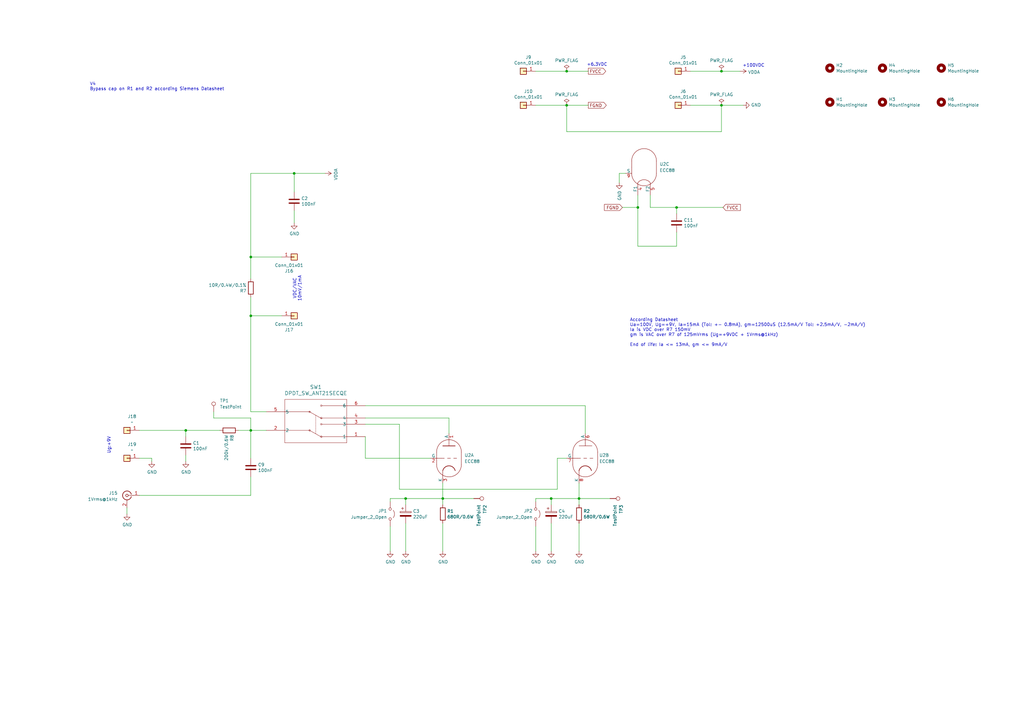
<source format=kicad_sch>
(kicad_sch (version 20250114) (generator "eeschema") (generator_version "9.0")
  (paper "A3")
  (title_block (title "GM Test Setup ECC88") (date "2025-03-11") (rev "V5"))
  (lib_symbols
    (symbol "Connector:Conn_Coaxial" (pin_names (offset 1.016) (hide yes))
      (property "Reference" "J" (at 0.254 3.048 0))
      (property "Value" "Conn_Coaxial" (at 2.921 0 90))
      (symbol "Conn_Coaxial_0_1"
        (polyline (pts (xy -2.54 0) (xy -0.508 0)))
        (arc (start 1.778 0) (mid 0.222 -1.8079) (end -1.778 -0.508) (stroke (width 0.254)))
        (arc (start -1.778 0.508) (mid 0.2221 1.8084) (end 1.778 0) (stroke (width 0.254)))
        (circle (center 0 0) (radius 0.508) (stroke (width 0.2032)))
        (polyline (pts (xy 0 -2.54) (xy 0 -1.778)))
      )
      (symbol "Conn_Coaxial_1_1"
        (pin passive line (at -5.08 0 0) (length 2.54) (name "In") (number "1"))
        (pin passive line (at 0 -5.08 90) (length 2.54) (name "Ext") (number "2"))
      )
    )
    (symbol "Connector:TestPoint" (pin_numbers (hide yes)) (pin_names (offset 0.762) (hide yes))
      (property "Reference" "TP" (at 0 6.858 0))
      (property "Value" "TestPoint" (at 0 5.08 0))
      (symbol "TestPoint_0_1"
        (circle (center 0 3.302) (radius 0.762))
      )
      (symbol "TestPoint_1_1"
        (pin passive line (at 0 0 90) (length 2.54) (name "1") (number "1"))
      )
    )
    (symbol "Connector_Generic:Conn_01x01" (pin_names (offset 1.016) (hide yes))
      (property "Reference" "J" (at 0 2.54 0))
      (property "Value" "Conn_01x01" (at 0 -2.54 0))
      (symbol "Conn_01x01_1_1"
        (rectangle (start -1.27 1.27) (end 1.27 -1.27) (stroke (width 0.254)) (fill (type background)))
        (rectangle (start -1.27 0.127) (end 0 -0.127) (stroke (width 0.1524)))
        (pin passive line (at -5.08 0 0) (length 3.81) (name "Pin_1") (number "1"))
      )
    )
    (symbol "Device:C" (pin_numbers (hide yes)) (pin_names (offset 0.254))
      (property "Reference" "C" (at 0.635 2.54 0))
      (property "Value" "C" (at 0.635 -2.54 0))
      (symbol "C_0_1"
        (polyline (pts (xy -2.032 0.762) (xy 2.032 0.762)) (stroke (width 0.508)))
        (polyline (pts (xy -2.032 -0.762) (xy 2.032 -0.762)) (stroke (width 0.508)))
      )
      (symbol "C_1_1"
        (pin passive line (at 0 3.81 270) (length 2.794) (name "~") (number "1"))
        (pin passive line (at 0 -3.81 90) (length 2.794) (name "~") (number "2"))
      )
    )
    (symbol "Device:C_Polarized" (pin_numbers (hide yes)) (pin_names (offset 0.254))
      (property "Reference" "C" (at 0.635 2.54 0))
      (property "Value" "C_Polarized" (at 0.635 -2.54 0))
      (symbol "C_Polarized_0_1"
        (rectangle (start -2.286 0.508) (end 2.286 1.016))
        (polyline (pts (xy -1.778 2.286) (xy -0.762 2.286)))
        (polyline (pts (xy -1.27 2.794) (xy -1.27 1.778)))
        (rectangle (start 2.286 -0.508) (end -2.286 -1.016) (fill (type outline)))
      )
      (symbol "C_Polarized_1_1"
        (pin passive line (at 0 3.81 270) (length 2.794) (name "~") (number "1"))
        (pin passive line (at 0 -3.81 90) (length 2.794) (name "~") (number "2"))
      )
    )
    (symbol "Device:R" (pin_numbers (hide yes)) (pin_names (offset 0))
      (property "Reference" "R" (at 2.032 0 90))
      (property "Value" "R" (at 0 0 90))
      (symbol "R_0_1"
        (rectangle (start -1.016 -2.54) (end 1.016 2.54) (stroke (width 0.254)))
      )
      (symbol "R_1_1"
        (pin passive line (at 0 3.81 270) (length 1.27) (name "~") (number "1"))
        (pin passive line (at 0 -3.81 90) (length 1.27) (name "~") (number "2"))
      )
    )
    (symbol "Jumper:Jumper_2_Open" (pin_numbers (hide yes)) (pin_names (offset 0) (hide yes)) (exclude_from_sim yes)
      (property "Reference" "JP" (at 0 2.794 0))
      (property "Value" "Jumper_2_Open" (at 0 -2.286 0))
      (symbol "Jumper_2_Open_0_0"
        (circle (center -2.032 0) (radius 0.508))
        (circle (center 2.032 0) (radius 0.508))
      )
      (symbol "Jumper_2_Open_0_1"
        (arc (start -1.524 1.27) (mid 0 1.778) (end 1.524 1.27))
      )
      (symbol "Jumper_2_Open_1_1"
        (pin passive line (at -5.08 0 0) (length 2.54) (name "A") (number "1"))
        (pin passive line (at 5.08 0 180) (length 2.54) (name "B") (number "2"))
      )
    )
    (symbol "Mechanical:MountingHole" (pin_names (offset 1.016))
      (property "Reference" "H" (at 0 5.08 0))
      (property "Value" "MountingHole" (at 0 3.175 0))
      (symbol "MountingHole_0_1"
        (circle (center 0 0) (radius 1.27) (stroke (width 1.27)))
      )
    )
    (symbol "kicad-snk:DPDT_SW_ANT21SECQE" (pin_names (offset 0.254))
      (property "Reference" "SW" (at 20.32 7.62 0))
      (property "Value" "DPDT_SW_ANT21SECQE" (at 20.32 5.08 0))
      (symbol "DPDT_SW_ANT21SECQE_0_1"
        (polyline (pts (xy 7.62 2.54) (xy 7.62 -15.24)) (stroke (width 0.127)))
        (polyline (pts (xy 7.62 0) (xy 17.78 0)) (stroke (width 0.127)))
        (polyline (pts (xy 7.62 -5.08) (xy 17.78 -5.08)) (stroke (width 0.127)))
        (polyline (pts (xy 7.62 -7.62) (xy 17.78 -7.62)) (stroke (width 0.127)))
        (polyline (pts (xy 7.62 -12.7) (xy 17.78 -12.7)) (stroke (width 0.127)))
        (polyline (pts (xy 7.62 -15.24) (xy 33.02 -15.24)) (stroke (width 0.127)))
        (circle (center 18.0975 0) (radius 0.3048) (stroke (width 0.127)))
        (circle (center 18.0975 -5.08) (radius 0.3048) (stroke (width 0.127)))
        (circle (center 18.0975 -7.62) (radius 0.3048) (stroke (width 0.127)))
        (circle (center 18.0975 -12.7) (radius 0.3048) (stroke (width 0.127)))
        (polyline (pts (xy 20.32 -1.27) (xy 20.32 -1.5875)) (stroke (width 0.127)))
        (polyline (pts (xy 20.32 -1.905) (xy 20.32 -2.2225)) (stroke (width 0.127)))
        (polyline (pts (xy 20.32 -2.54) (xy 20.32 -2.8575)) (stroke (width 0.127)))
        (polyline (pts (xy 20.32 -3.175) (xy 20.32 -3.4925)) (stroke (width 0.127)))
        (polyline (pts (xy 20.32 -3.81) (xy 20.32 -4.1275)) (stroke (width 0.127)))
        (polyline (pts (xy 20.32 -4.445) (xy 20.32 -4.7625)) (stroke (width 0.127)))
        (polyline (pts (xy 20.32 -5.08) (xy 20.32 -5.3975)) (stroke (width 0.127)))
        (polyline (pts (xy 20.32 -5.715) (xy 20.32 -6.0325)) (stroke (width 0.127)))
        (polyline (pts (xy 20.32 -6.35) (xy 20.32 -6.6675)) (stroke (width 0.127)))
        (polyline (pts (xy 20.32 -6.985) (xy 20.32 -7.3025)) (stroke (width 0.127)))
        (polyline (pts (xy 20.32 -7.62) (xy 20.32 -7.9375)) (stroke (width 0.127)))
        (polyline (pts (xy 20.32 -8.255) (xy 20.32 -8.5725)) (stroke (width 0.127)))
        (polyline (pts (xy 22.86 -2.54) (xy 17.78 0.3175)) (stroke (width 0.127)))
        (circle (center 22.86 -2.54) (radius 0.3048) (stroke (width 0.127)))
        (polyline (pts (xy 22.86 -10.16) (xy 17.78 -7.3025)) (stroke (width 0.127)))
        (circle (center 22.86 -10.16) (radius 0.3048) (stroke (width 0.127)))
        (polyline (pts (xy 33.02 2.54) (xy 7.62 2.54)) (stroke (width 0.127)))
        (polyline (pts (xy 33.02 -2.54) (xy 22.86 -2.54)) (stroke (width 0.127)))
        (polyline (pts (xy 33.02 -10.16) (xy 22.86 -10.16)) (stroke (width 0.127)))
        (polyline (pts (xy 33.02 -15.24) (xy 33.02 2.54)) (stroke (width 0.127)))
        (pin unspecified line (at 0 0 0) (length 7.62) (name "1") (number "1"))
        (pin unspecified line (at 0 -5.08 0) (length 7.62) (name "3") (number "3"))
        (pin unspecified line (at 0 -7.62 0) (length 7.62) (name "4") (number "4"))
        (pin unspecified line (at 0 -12.7 0) (length 7.62) (name "6") (number "6"))
        (pin unspecified line (at 40.64 -2.54 180) (length 7.62) (name "2") (number "2"))
        (pin unspecified line (at 40.64 -10.16 180) (length 7.62) (name "5") (number "5"))
      )
    )
    (symbol "kicad-snk:ECC88-Shield" (pin_names (offset 0))
      (property "Reference" "U" (at 4.318 7.112 0))
      (property "Value" "ECC88-Shield" (at 5.08 -7.62 0))
      (symbol "ECC88-Shield_0_1"
        (polyline (pts (xy -5.08 2.54) (xy -5.08 0)))
        (polyline (pts (xy -5.08 0) (xy -5.08 -2.54)))
        (arc (start -5.08 2.54) (mid 0 7.5978) (end 5.08 2.54))
        (arc (start 5.08 -2.54) (mid 0 -7.5978) (end -5.08 -2.54))
        (polyline (pts (xy 5.08 2.54) (xy 5.08 -2.54)))
      )
      (symbol "ECC88-Shield_1_0"
        (polyline (pts (xy -2.54 -5.08) (xy -2.54 -7.62)))
        (polyline (pts (xy 0 5.08) (xy 0 7.62)))
      )
      (symbol "ECC88-Shield_1_1"
        (polyline (pts (xy -5.08 0) (xy -3.175 0)))
        (polyline (pts (xy -2.54 5.08) (xy 2.54 5.08) (xy 2.54 5.08)) (stroke (width 0.254)))
        (polyline (pts (xy -1.905 0) (xy -3.175 0)) (stroke (width 0.1524)))
        (polyline (pts (xy -0.635 0) (xy 0.635 0)) (stroke (width 0.1524)))
        (arc (start -2.54 -5.08) (mid 0 -3.0968) (end 2.54 -5.08) (stroke (width 0.254)))
        (polyline (pts (xy 1.905 0) (xy 3.175 0)) (stroke (width 0.1524)))
        (pin input line (at -7.62 0 0) (length 2.54) (name "G") (number "2"))
        (pin bidirectional line (at -2.54 -10.16 90) (length 2.54) (name "K") (number "3"))
        (pin output line (at 0 10.16 270) (length 2.54) (name "A") (number "1"))
      )
      (symbol "ECC88-Shield_2_0"
        (polyline (pts (xy -5.08 0) (xy -3.175 0)))
        (polyline (pts (xy -2.54 -5.08) (xy -2.54 -7.62)))
        (polyline (pts (xy -1.905 0) (xy -3.175 0)) (stroke (width 0.1524)))
        (polyline (pts (xy -0.635 0) (xy 0.635 0)) (stroke (width 0.1524)))
        (polyline (pts (xy 0 5.08) (xy 0 7.62)))
        (polyline (pts (xy 1.905 0) (xy 3.175 0)) (stroke (width 0.1524)))
        (polyline (pts (xy 2.794 5.08) (xy -2.54 5.08) (xy -2.54 5.08)) (stroke (width 0.1524)))
      )
      (symbol "ECC88-Shield_2_1"
        (arc (start -2.54 -5.08) (mid 0 -3.0968) (end 2.54 -5.08) (stroke (width 0.254)))
        (pin input line (at -7.62 0 0) (length 2.54) (name "G") (number "7"))
        (pin bidirectional line (at -2.54 -10.16 90) (length 2.54) (name "K") (number "8"))
        (pin output line (at 0 10.16 270) (length 2.54) (name "A") (number "6"))
      )
      (symbol "ECC88-Shield_3_1"
        (arc (start -2.54 -6.35) (mid 0 -5.1292) (end 2.54 -6.35))
        (pin passive line (at -7.62 -2.54 0) (length 2.54) (name "S") (number "9"))
        (pin power_in line (at -2.54 -11.43 90) (length 5.08) (name "F1") (number "4"))
        (pin power_in line (at 2.54 -11.43 90) (length 5.08) (name "F2") (number "5"))
      )
    )
    (symbol "power:GND" (power) (pin_names (offset 0))
      (property "Value" "GND" (at 0 -3.81 0))
      (symbol "GND_0_1"
        (polyline (pts (xy 0 0) (xy 0 -1.27) (xy 1.27 -1.27) (xy 0 -2.54) (xy -1.27 -1.27) (xy 0 -1.27)))
      )
      (symbol "GND_1_1"
        (pin power_in line (at 0 0 270) (length 0) (hide yes) (name "GND") (number "1"))
      )
    )
    (symbol "power:PWR_FLAG" (power) (pin_numbers (hide yes)) (pin_names (offset 0) (hide yes))
      (property "Value" "PWR_FLAG" (at 0 3.81 0))
      (symbol "PWR_FLAG_0_0"
        (pin power_out line (at 0 0 90) (length 0) (name "pwr") (number "1"))
      )
      (symbol "PWR_FLAG_0_1"
        (polyline (pts (xy 0 0) (xy 0 1.27) (xy -1.016 1.905) (xy 0 2.54) (xy 1.016 1.905) (xy 0 1.27)))
      )
    )
    (symbol "power:VDDA" (power) (pin_names (offset 0))
      (property "Value" "VDDA" (at 0 3.81 0))
      (symbol "VDDA_0_1"
        (polyline (pts (xy -0.762 1.27) (xy 0 2.54)))
        (polyline (pts (xy 0 2.54) (xy 0.762 1.27)))
        (polyline (pts (xy 0 0) (xy 0 2.54)))
      )
      (symbol "VDDA_1_1"
        (pin power_in line (at 0 0 90) (length 0) (hide yes) (name "VDDA") (number "1"))
      )
    )
  )
  (text "+6.3VDC" (at 240.665 27.305 0) (effects (font (size 1.27 1.27)) (justify left bottom)))
  (text "VDC/VAC\n10mV/1mA" (at 121.92 118.364 90) (effects (font (size 1.27 1.27))))
  (text "Ug:+9V" (at 44.704 182.626 90) (effects (font (size 1.27 1.27))))
  (text "V4\nBypass cap on R1 and R2 according Siemens Datasheet\n" (at 36.83 35.56 0) (effects (font (size 1.27 1.27)) (justify left)))
  (text "According Datasheet\nUa=100V, Ug=+9V, Ia=15mA (Tol: +- 0.8mA), gm=12500uS (12.5mA/V Tol: +2.5mA/V, -2mA/V)\nIa is VDC over R7 150mV\ngm is VAC over R7 of 125mVrms (Ug=+9VDC + 1Vrms@1kHz)\n\nEnd of life: Ia <= 13mA, gm <= 9mA/V" (at 258.318 136.398 0) (effects (font (size 1.27 1.27)) (justify left)))
  (text "+100VDC" (at 304.546 27.686 0) (effects (font (size 1.27 1.27)) (justify left bottom)))
  (junction (at 237.49 204.47))
  (junction (at 181.61 204.47))
  (junction (at 76.2 176.53))
  (junction (at 295.91 43.18))
  (junction (at 102.87 105.41))
  (junction (at 277.495 85.09))
  (junction (at 232.41 43.18))
  (junction (at 295.91 29.21))
  (junction (at 166.37 204.47))
  (junction (at 102.87 176.53))
  (junction (at 232.41 29.21))
  (junction (at 261.62 85.09))
  (junction (at 102.87 129.54))
  (junction (at 226.06 204.47))
  (junction (at 120.65 71.12))
  (wire (pts (xy 232.41 53.975) (xy 232.41 43.18)))
  (wire (pts (xy 232.41 53.975) (xy 295.91 53.975)))
  (wire (pts (xy 232.41 187.96) (xy 228.6 187.96)))
  (wire (pts (xy 166.37 204.47) (xy 166.37 207.01)))
  (wire (pts (xy 237.49 204.47) (xy 237.49 207.01)))
  (wire (pts (xy 254 71.12) (xy 254 74.93)))
  (wire (pts (xy 184.15 171.45) (xy 184.15 177.8)))
  (wire (pts (xy 166.37 204.47) (xy 181.61 204.47)))
  (wire (pts (xy 102.87 129.54) (xy 102.87 168.91)))
  (wire (pts (xy 226.06 204.47) (xy 237.49 204.47)))
  (wire (pts (xy 149.86 179.07) (xy 149.86 187.96)))
  (wire (pts (xy 149.86 173.99) (xy 163.83 173.99)))
  (wire (pts (xy 256.54 71.12) (xy 254 71.12)))
  (wire (pts (xy 277.495 95.25) (xy 277.495 100.965)))
  (wire (pts (xy 62.23 187.96) (xy 62.23 189.23)))
  (wire (pts (xy 226.06 204.47) (xy 226.06 207.01)))
  (wire (pts (xy -133.35 114.3) (xy -116.84 114.3)))
  (wire (pts (xy 57.15 176.53) (xy 76.2 176.53)))
  (wire (pts (xy 277.495 85.09) (xy 296.545 85.09)))
  (wire (pts (xy 120.65 78.74) (xy 120.65 71.12)))
  (wire (pts (xy 102.87 71.12) (xy 102.87 105.41)))
  (wire (pts (xy 219.71 43.18) (xy 232.41 43.18)))
  (wire (pts (xy 52.07 208.28) (xy 52.07 210.82)))
  (wire (pts (xy 261.62 80.01) (xy 261.62 85.09)))
  (wire (pts (xy 261.62 85.09) (xy 261.62 100.965)))
  (wire (pts (xy 237.49 214.63) (xy 237.49 226.06)))
  (wire (pts (xy 295.91 29.21) (xy 283.21 29.21)))
  (wire (pts (xy 97.79 176.53) (xy 102.87 176.53)))
  (wire (pts (xy 303.53 29.21) (xy 295.91 29.21)))
  (wire (pts (xy 149.86 166.37) (xy 240.03 166.37)))
  (wire (pts (xy 277.495 85.09) (xy 277.495 87.63)))
  (wire (pts (xy 102.87 176.53) (xy 102.87 187.96)))
  (wire (pts (xy 76.2 176.53) (xy 76.2 179.07)))
  (wire (pts (xy 102.87 168.91) (xy 109.22 168.91)))
  (wire (pts (xy 87.63 171.45) (xy 87.63 168.91)))
  (wire (pts (xy 219.71 215.9) (xy 219.71 226.06)))
  (wire (pts (xy 237.49 198.12) (xy 237.49 204.47)))
  (wire (pts (xy 181.61 204.47) (xy 181.61 207.01)))
  (wire (pts (xy 102.87 105.41) (xy 115.57 105.41)))
  (wire (pts (xy 102.87 176.53) (xy 102.87 171.45)))
  (wire (pts (xy -111.76 124.46) (xy -111.76 147.32)))
  (wire (pts (xy 160.02 204.47) (xy 166.37 204.47)))
  (wire (pts (xy 283.21 43.18) (xy 295.91 43.18)))
  (wire (pts (xy 149.86 171.45) (xy 184.15 171.45)))
  (wire (pts (xy 163.83 173.99) (xy 163.83 200.66)))
  (wire (pts (xy 232.41 29.21) (xy 241.3 29.21)))
  (wire (pts (xy 76.2 186.69) (xy 76.2 189.23)))
  (wire (pts (xy 295.91 43.18) (xy 304.8 43.18)))
  (wire (pts (xy 149.86 187.96) (xy 176.53 187.96)))
  (wire (pts (xy 219.71 204.47) (xy 219.71 205.74)))
  (wire (pts (xy 102.87 176.53) (xy 109.22 176.53)))
  (wire (pts (xy 181.61 214.63) (xy 181.61 226.06)))
  (wire (pts (xy 261.62 100.965) (xy 277.495 100.965)))
  (wire (pts (xy 266.7 85.09) (xy 277.495 85.09)))
  (wire (pts (xy 226.06 214.63) (xy 226.06 226.06)))
  (wire (pts (xy 166.37 214.63) (xy 166.37 226.06)))
  (wire (pts (xy 160.02 205.74) (xy 160.02 204.47)))
  (wire (pts (xy 62.23 187.96) (xy 57.15 187.96)))
  (wire (pts (xy 232.41 29.21) (xy 219.71 29.21)))
  (wire (pts (xy 163.83 200.66) (xy 228.6 200.66)))
  (wire (pts (xy 102.87 105.41) (xy 102.87 114.3)))
  (wire (pts (xy 181.61 198.12) (xy 181.61 204.47)))
  (wire (pts (xy 232.41 43.18) (xy 241.3 43.18)))
  (wire (pts (xy 181.61 204.47) (xy 194.31 204.47)))
  (wire (pts (xy 240.03 166.37) (xy 240.03 177.8)))
  (wire (pts (xy 295.91 53.975) (xy 295.91 43.18)))
  (wire (pts (xy 160.02 215.9) (xy 160.02 226.06)))
  (wire (pts (xy 90.17 176.53) (xy 76.2 176.53)))
  (wire (pts (xy 102.87 203.2) (xy 102.87 195.58)))
  (wire (pts (xy 102.87 71.12) (xy 120.65 71.12)))
  (wire (pts (xy 219.71 204.47) (xy 226.06 204.47)))
  (wire (pts (xy 120.65 71.12) (xy 133.35 71.12)))
  (wire (pts (xy 102.87 129.54) (xy 115.57 129.54)))
  (wire (pts (xy 266.7 80.01) (xy 266.7 85.09)))
  (wire (pts (xy 255.27 85.09) (xy 261.62 85.09)))
  (wire (pts (xy 228.6 200.66) (xy 228.6 187.96)))
  (wire (pts (xy -109.22 98.425) (xy -109.22 104.14)))
  (wire (pts (xy 57.15 203.2) (xy 102.87 203.2)))
  (wire (pts (xy 102.87 121.92) (xy 102.87 129.54)))
  (wire (pts (xy 120.65 91.44) (xy 120.65 86.36)))
  (wire (pts (xy 237.49 204.47) (xy 250.19 204.47)))
  (wire (pts (xy 102.87 171.45) (xy 87.63 171.45)))
  (global_label "FGND" (shape output) (at 241.3 43.18 0) (property "Intersheetrefs" "${INTERSHEET_REFS}" (effects (hide yes))))
  (global_label "FVCC" (shape output) (at 241.3 29.21 0) (property "Intersheetrefs" "${INTERSHEET_REFS}" (effects (hide yes))))
  (global_label "FGND" (shape input) (at 255.27 85.09 180) (property "Intersheetrefs" "${INTERSHEET_REFS}" (effects (hide yes))))
  (global_label "FVCC" (shape input) (at 296.545 85.09 0) (property "Intersheetrefs" "${INTERSHEET_REFS}" (effects (hide yes))))
  (symbol (lib_id "Connector_Generic:Conn_01x01") (at 278.13 29.21 180) (unit 1)
    (property "Reference" "J5" (at 280.2128 23.495 0))
    (property "Value" "Conn_01x01" (at 280.2128 25.8064 0))
    (property "Footprint" "Connector_Pin:Pin_D1.3mm_L11.0mm" (effects (hide yes)))
  )
  (symbol (lib_id "Connector_Generic:Conn_01x01") (at 278.13 43.18 180) (unit 1)
    (property "Reference" "J6" (at 280.2128 37.465 0))
    (property "Value" "Conn_01x01" (at 280.2128 39.7764 0))
    (property "Footprint" "Connector_Pin:Pin_D1.3mm_L11.0mm" (effects (hide yes)))
  )
  (symbol (lib_id "Mechanical:MountingHole") (at 340.36 27.94 0) (unit 1)
    (property "Reference" "H2" (at 342.9 26.7716 0) (effects (justify left)))
    (property "Value" "MountingHole" (at 342.9 29.083 0) (effects (justify left)))
    (property "Footprint" "MountingHole:MountingHole_3.2mm_M3_Pad_Via" (effects (hide yes)))
  )
  (symbol (lib_id "Mechanical:MountingHole") (at 361.95 27.94 0) (unit 1)
    (property "Reference" "H4" (at 364.49 26.7716 0) (effects (justify left)))
    (property "Value" "MountingHole" (at 364.49 29.083 0) (effects (justify left)))
    (property "Footprint" "MountingHole:MountingHole_3.2mm_M3_Pad_Via" (effects (hide yes)))
  )
  (symbol (lib_id "Mechanical:MountingHole") (at 340.36 41.91 0) (unit 1)
    (property "Reference" "H1" (at 342.9 40.7416 0) (effects (justify left)))
    (property "Value" "MountingHole" (at 342.9 43.053 0) (effects (justify left)))
    (property "Footprint" "MountingHole:MountingHole_3.2mm_M3_Pad_Via" (effects (hide yes)))
  )
  (symbol (lib_id "Mechanical:MountingHole") (at 361.95 41.91 0) (unit 1)
    (property "Reference" "H3" (at 364.49 40.7416 0) (effects (justify left)))
    (property "Value" "MountingHole" (at 364.49 43.053 0) (effects (justify left)))
    (property "Footprint" "MountingHole:MountingHole_3.2mm_M3_Pad_Via" (effects (hide yes)))
  )
  (symbol (lib_id "power:PWR_FLAG") (at 295.91 29.21 0) (unit 1)
    (property "Reference" "#FLG04" (effects (hide yes)))
    (property "Value" "PWR_FLAG" (at 295.91 24.8158 0))
  )
  (symbol (lib_id "power:GND") (at 304.8 43.18 90) (unit 1)
    (property "Reference" "#PWR05" (effects (hide yes)))
    (property "Value" "GND" (at 308.0512 43.053 90) (effects (justify right)))
  )
  (symbol (lib_id "power:PWR_FLAG") (at 295.91 43.18 0) (unit 1)
    (property "Reference" "#FLG03" (effects (hide yes)))
    (property "Value" "PWR_FLAG" (at 295.91 38.7858 0))
  )
  (symbol (lib_id "power:VDDA") (at 303.53 29.21 270) (unit 1)
    (property "Reference" "#PWR07" (effects (hide yes)))
    (property "Value" "VDDA" (at 306.7812 29.591 90) (effects (justify left)))
  )
  (symbol (lib_id "Connector_Generic:Conn_01x01") (at 214.63 29.21 180) (unit 1)
    (property "Reference" "J9" (at 216.7128 23.495 0))
    (property "Value" "Conn_01x01" (at 216.7128 25.8064 0))
    (property "Footprint" "Connector_Pin:Pin_D1.3mm_L11.0mm" (effects (hide yes)))
  )
  (symbol (lib_id "Connector_Generic:Conn_01x01") (at 214.63 43.18 180) (unit 1)
    (property "Reference" "J10" (at 216.7128 37.465 0))
    (property "Value" "Conn_01x01" (at 216.7128 39.7764 0))
    (property "Footprint" "Connector_Pin:Pin_D1.3mm_L11.0mm" (effects (hide yes)))
  )
  (symbol (lib_id "power:PWR_FLAG") (at 232.41 29.21 0) (unit 1)
    (property "Reference" "#FLG01" (effects (hide yes)))
    (property "Value" "PWR_FLAG" (at 232.41 24.8158 0))
  )
  (symbol (lib_id "power:PWR_FLAG") (at 232.41 43.18 0) (unit 1)
    (property "Reference" "#FLG02" (effects (hide yes)))
    (property "Value" "PWR_FLAG" (at 232.41 38.7858 0))
  )
  (symbol (lib_id "Device:C") (at 277.495 91.44 0) (unit 1)
    (property "Reference" "C11" (at 280.416 90.2716 0) (effects (justify left)))
    (property "Value" "100nF" (at 280.416 92.583 0) (effects (justify left)))
    (property "Footprint" "Capacitor_THT:C_Rect_L7.2mm_W2.5mm_P5.00mm_FKS2_FKP2_MKS2_MKP2" (effects (hide yes)))
  )
  (symbol (lib_id "Device:C_Polarized") (at 166.37 210.82 0) (unit 1)
    (property "Reference" "C3" (at 169.3672 209.6516 0) (effects (justify left)))
    (property "Value" "220uF" (at 169.3672 211.963 0) (effects (justify left)))
    (property "Footprint" "Capacitor_THT:CP_Radial_D8.0mm_P3.50mm" (effects (hide yes)))
  )
  (symbol (lib_id "kicad-snk:ECC88-Shield") (at 264.16 68.58 0) (unit 3)
    (property "Reference" "U2" (at 270.51 67.3099 0) (effects (justify left)))
    (property "Value" "ECC88" (at 270.51 69.8499 0) (effects (justify left)))
    (property "Footprint" "kicad-snk:TubeNoval-ECC88" (effects (hide yes)))
    (property "Datasheet" "http://www.r-type.org/pdfs/ecc88.pdf" (effects (hide yes)))
  )
  (symbol (lib_id "Device:C") (at 76.2 182.88 0) (unit 1)
    (property "Reference" "C1" (at 79.121 181.7116 0) (effects (justify left)))
    (property "Value" "100nF" (at 79.121 184.023 0) (effects (justify left)))
    (property "Footprint" "Capacitor_THT:C_Rect_L7.2mm_W2.5mm_P5.00mm_FKS2_FKP2_MKS2_MKP2" (effects (hide yes)))
  )
  (symbol (lib_id "Device:R") (at 181.61 210.82 0) (unit 1)
    (property "Reference" "R1" (at 183.388 209.6516 0) (effects (justify left)))
    (property "Value" "680R/0.6W" (at 183.388 211.963 0) (effects (justify left)))
    (property "Footprint" "Resistor_THT:R_Axial_DIN0207_L6.3mm_D2.5mm_P10.16mm_Horizontal" (effects (hide yes)))
  )
  (symbol (lib_id "power:GND") (at 226.06 226.06 0) (unit 1)
    (property "Reference" "#PWR09" (effects (hide yes)))
    (property "Value" "GND" (at 226.187 230.4542 0))
  )
  (symbol (lib_id "power:GND") (at 166.37 226.06 0) (unit 1)
    (property "Reference" "#PWR011" (effects (hide yes)))
    (property "Value" "GND" (at 166.497 230.4542 0))
  )
  (symbol (lib_id "power:GND") (at 237.49 226.06 0) (unit 1)
    (property "Reference" "#PWR02" (effects (hide yes)))
    (property "Value" "GND" (at 237.617 230.4542 0))
  )
  (symbol (lib_id "power:GND") (at 160.02 226.06 0) (unit 1)
    (property "Reference" "#PWR010" (effects (hide yes)))
    (property "Value" "GND" (at 160.147 230.4542 0))
  )
  (symbol (lib_id "Connector_Generic:Conn_01x01") (at 120.65 105.41 0) (unit 1)
    (property "Reference" "J16" (at 118.5672 111.125 0))
    (property "Value" "Conn_01x01" (at 118.5672 108.8136 0))
    (property "Footprint" "Connector_Pin:Pin_D1.0mm_L10.0mm" (effects (hide yes)))
  )
  (symbol (lib_id "Connector:TestPoint") (at 87.63 168.91 0) (unit 1)
    (property "Reference" "TP1" (at 90.17 164.3379 0) (effects (justify left)))
    (property "Value" "TestPoint" (at 90.17 166.8779 0) (effects (justify left)))
    (property "Footprint" "TestPoint:TestPoint_Pad_D2.0mm" (effects (hide yes)))
  )
  (symbol (lib_id "Connector_Generic:Conn_01x01") (at 52.07 187.96 180) (unit 1)
    (property "Reference" "J19" (at 54.1528 182.245 0))
    (property "Value" "~" (at 54.1528 184.5564 0))
    (property "Footprint" "Connector_Pin:Pin_D1.0mm_L10.0mm" (effects (hide yes)))
  )
  (symbol (lib_id "Connector:Conn_Coaxial") (at 52.07 203.2 0) (mirror y) (unit 1)
    (property "Reference" "J15" (at 48.26 202.2231 0) (effects (justify left)))
    (property "Value" "1Vrms@1kHz" (at 48.26 204.7631 0) (effects (justify left)))
    (property "Footprint" "kicad-snk:RCA-Phono_CUI-Devices_RCJ-02X_Vertical" (effects (hide yes)))
    (property "Description" "coaxial connector (BNC, SMA, SMB, SMC, Cinch/RCA, LEMO, ...)" (effects (hide yes)))
  )
  (symbol (lib_id "power:GND") (at 120.65 91.44 0) (unit 1)
    (property "Reference" "#PWR03" (effects (hide yes)))
    (property "Value" "GND" (at 120.777 95.8342 0))
  )
  (symbol (lib_id "power:GND") (at 52.07 210.82 0) (unit 1)
    (property "Reference" "#PWR014" (effects (hide yes)))
    (property "Value" "GND" (at 52.197 215.2142 0))
  )
  (symbol (lib_id "Mechanical:MountingHole") (at 386.08 41.91 0) (unit 1)
    (property "Reference" "H6" (at 388.62 40.7416 0) (effects (justify left)))
    (property "Value" "MountingHole" (at 388.62 43.053 0) (effects (justify left)))
    (property "Footprint" "MountingHole:MountingHole_3.2mm_M3_Pad_Via" (effects (hide yes)))
  )
  (symbol (lib_id "Device:C_Polarized") (at 226.06 210.82 0) (unit 1)
    (property "Reference" "C4" (at 229.0572 209.6516 0) (effects (justify left)))
    (property "Value" "220uF" (at 229.0572 211.963 0) (effects (justify left)))
    (property "Footprint" "Capacitor_THT:CP_Radial_D8.0mm_P3.50mm" (effects (hide yes)))
  )
  (symbol (lib_id "power:VDDA") (at 133.35 71.12 270) (unit 1)
    (property "Reference" "#PWR04" (effects (hide yes)))
    (property "Value" "VDDA" (at 137.7442 71.501 0))
  )
  (symbol (lib_id "Device:C") (at 120.65 82.55 0) (unit 1)
    (property "Reference" "C2" (at 123.571 81.3816 0) (effects (justify left)))
    (property "Value" "100nF" (at 123.571 83.693 0) (effects (justify left)))
    (property "Footprint" "Capacitor_THT:C_Rect_L16.5mm_W5.0mm_P15.00mm_MKT" (effects (hide yes)))
  )
  (symbol (lib_id "kicad-snk:ECC88-Shield") (at 240.03 187.96 0) (unit 2)
    (property "Reference" "U2" (at 245.745 186.6899 0) (effects (justify left)))
    (property "Value" "ECC88" (at 245.745 189.2299 0) (effects (justify left)))
    (property "Footprint" "kicad-snk:TubeNoval-ECC88" (effects (hide yes)))
    (property "Datasheet" "http://www.r-type.org/pdfs/ecc88.pdf" (effects (hide yes)))
  )
  (symbol (lib_id "Mechanical:MountingHole") (at 386.08 27.94 0) (unit 1)
    (property "Reference" "H5" (at 388.62 26.7716 0) (effects (justify left)))
    (property "Value" "MountingHole" (at 388.62 29.083 0) (effects (justify left)))
    (property "Footprint" "MountingHole:MountingHole_3.2mm_M3_Pad_Via" (effects (hide yes)))
  )
  (symbol (lib_id "power:GND") (at 219.71 226.06 0) (unit 1)
    (property "Reference" "#PWR08" (effects (hide yes)))
    (property "Value" "GND" (at 219.837 230.4542 0))
  )
  (symbol (lib_id "Connector_Generic:Conn_01x01") (at 52.07 176.53 180) (unit 1)
    (property "Reference" "J18" (at 54.1528 170.815 0))
    (property "Value" "~" (at 54.1528 173.1264 0))
    (property "Footprint" "Connector_Pin:Pin_D1.0mm_L10.0mm" (effects (hide yes)))
  )
  (symbol (lib_id "Jumper:Jumper_2_Open") (at 160.02 210.82 270) (mirror x) (unit 1) (exclude_from_sim yes)
    (property "Reference" "JP1" (at 158.75 209.5499 90) (effects (justify right)))
    (property "Value" "Jumper_2_Open" (at 158.75 212.0899 90) (effects (justify right)))
    (property "Footprint" "Connector_PinHeader_2.54mm:PinHeader_1x02_P2.54mm_Vertical" (effects (hide yes)))
    (property "Description" "Jumper, 2-pole, open" (effects (hide yes)))
  )
  (symbol (lib_id "power:GND") (at 254 74.93 0) (unit 1)
    (property "Reference" "#PWR06" (effects (hide yes)))
    (property "Value" "GND" (at 254.127 78.1812 90) (effects (justify right)))
  )
  (symbol (lib_id "Connector:TestPoint") (at 194.31 204.47 270) (unit 1)
    (property "Reference" "TP2" (at 198.8821 207.01 0) (effects (justify left)))
    (property "Value" "TestPoint" (at 196.3421 207.01 0) (effects (justify left)))
    (property "Footprint" "TestPoint:TestPoint_Pad_D2.0mm" (effects (hide yes)))
  )
  (symbol (lib_id "Jumper:Jumper_2_Open") (at 219.71 210.82 270) (mirror x) (unit 1) (exclude_from_sim yes)
    (property "Reference" "JP2" (at 218.44 209.5499 90) (effects (justify right)))
    (property "Value" "Jumper_2_Open" (at 218.44 212.0899 90) (effects (justify right)))
    (property "Footprint" "Connector_PinHeader_2.54mm:PinHeader_1x02_P2.54mm_Vertical" (effects (hide yes)))
    (property "Description" "Jumper, 2-pole, open" (effects (hide yes)))
  )
  (symbol (lib_id "Connector:TestPoint") (at 250.19 204.47 270) (unit 1)
    (property "Reference" "TP3" (at 254.7621 207.01 0) (effects (justify left)))
    (property "Value" "TestPoint" (at 252.2221 207.01 0) (effects (justify left)))
    (property "Footprint" "TestPoint:TestPoint_Pad_D2.0mm" (effects (hide yes)))
  )
  (symbol (lib_id "power:GND") (at 181.61 226.06 0) (unit 1)
    (property "Reference" "#PWR01" (effects (hide yes)))
    (property "Value" "GND" (at 181.737 230.4542 0))
  )
  (symbol (lib_id "kicad-snk:ECC88-Shield") (at 184.15 187.96 0) (unit 1)
    (property "Reference" "U2" (at 190.5 186.6899 0) (effects (justify left)))
    (property "Value" "ECC88" (at 190.5 189.2299 0) (effects (justify left)))
    (property "Footprint" "kicad-snk:TubeNoval-ECC88" (effects (hide yes)))
    (property "Datasheet" "http://www.r-type.org/pdfs/ecc88.pdf" (effects (hide yes)))
  )
  (symbol (lib_id "Device:R") (at 102.87 118.11 180) (unit 1)
    (property "Reference" "R7" (at 101.092 119.2784 0) (effects (justify left)))
    (property "Value" "10R/0.4W/0.1%" (at 101.092 116.967 0) (effects (justify left)))
    (property "Footprint" "Resistor_THT:R_Axial_DIN0207_L6.3mm_D2.5mm_P10.16mm_Horizontal" (effects (hide yes)))
  )
  (symbol (lib_id "Device:C") (at 102.87 191.77 0) (unit 1)
    (property "Reference" "C9" (at 105.791 190.6016 0) (effects (justify left)))
    (property "Value" "100nF" (at 105.791 192.913 0) (effects (justify left)))
    (property "Footprint" "Capacitor_THT:C_Rect_L7.2mm_W2.5mm_P5.00mm_FKS2_FKP2_MKS2_MKP2" (effects (hide yes)))
  )
  (symbol (lib_id "kicad-snk:DPDT_SW_ANT21SECQE") (at 149.86 179.07 180) (unit 1)
    (property "Reference" "SW1" (at 129.54 158.75 0) (effects (font (size 1.524 1.524))))
    (property "Value" "DPDT_SW_ANT21SECQE" (at 129.54 161.29 0) (effects (font (size 1.524 1.524))))
    (property "Footprint" "kicad-snk:SW6_ANT21SECQE_CRS" (effects (hide yes)))
    (property "Datasheet" "ANT21SECQE" (effects (hide yes)))
    (property "Description" "https://www.digikey.ch/de/products/detail/cit-relay-and-switch/ANT21SECQE/12503353" (effects (hide yes)))
  )
  (symbol (lib_id "Device:R") (at 93.98 176.53 270) (unit 1)
    (property "Reference" "R8" (at 95.1484 178.308 0) (effects (justify left)))
    (property "Value" "200k/0.6W" (at 92.837 178.308 0) (effects (justify left)))
    (property "Footprint" "Resistor_THT:R_Axial_DIN0207_L6.3mm_D2.5mm_P10.16mm_Horizontal" (effects (hide yes)))
  )
  (symbol (lib_id "Connector_Generic:Conn_01x01") (at 120.65 129.54 0) (unit 1)
    (property "Reference" "J17" (at 118.5672 135.255 0))
    (property "Value" "Conn_01x01" (at 118.5672 132.9436 0))
    (property "Footprint" "Connector_Pin:Pin_D1.0mm_L10.0mm" (effects (hide yes)))
  )
  (symbol (lib_id "power:GND") (at 76.2 189.23 0) (unit 1)
    (property "Reference" "#PWR012" (effects (hide yes)))
    (property "Value" "GND" (at 76.327 193.6242 0))
  )
  (symbol (lib_id "power:GND") (at 62.23 189.23 0) (unit 1)
    (property "Reference" "#PWR015" (effects (hide yes)))
    (property "Value" "GND" (at 62.357 193.6242 0))
  )
  (symbol (lib_id "Device:R") (at 237.49 210.82 0) (unit 1)
    (property "Reference" "R2" (at 239.268 209.6516 0) (effects (justify left)))
    (property "Value" "680R/0.6W" (at 239.268 211.963 0) (effects (justify left)))
    (property "Footprint" "Resistor_THT:R_Axial_DIN0207_L6.3mm_D2.5mm_P10.16mm_Horizontal" (effects (hide yes)))
  )
)
</source>
